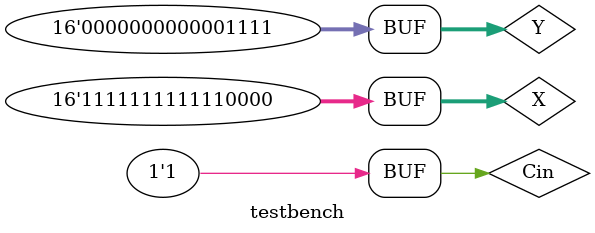
<source format=v>
`timescale 1ns / 1ps

module testbench ();

reg Cin;
reg [15:0] X,Y;

wire [15:0] sum;
wire Cout;

initial begin

	X <= 0; Y <= 0; Cin <= 0;
	#20 X <= 0; Y <= 10; Cin <= 0;
	#20 X <= 10; Y <= 10; Cin <= 0;
	#20 X <= 10; Y <= 10; Cin <= 1;
	#20 X <= 16'hFFF0; Y <= 16'hF; Cin <= 0;
	#20 X <= 16'hFFF0; Y <= 16'hF; Cin <= 1;
end

trial_project U1(Cin , X , Y, sum, Cout);

endmodule














</source>
